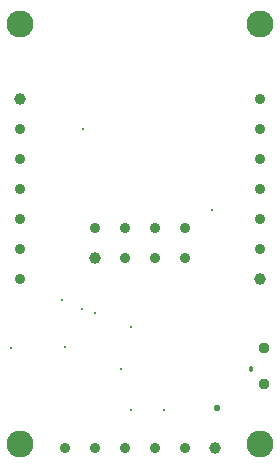
<source format=gbr>
G04 Generated by Ultiboard 13.0 *
%FSLAX25Y25*%
%MOIN*%

%ADD11C,0.01300*%
%ADD12C,0.03500*%
%ADD13C,0.03917*%
%ADD14C,0.02300*%
%ADD15C,0.09000*%
%ADD16C,0.03700*%
%ADD17C,0.01800*%


G04 ColorRGB 000000 for the following layer *
%LNDrill-Copper Top-Copper Bottom*%
%LPD*%
G54D11*
X25000Y42500D03*
X7000Y42000D03*
X47000Y49000D03*
X43500Y35000D03*
X35000Y53750D03*
X73949Y88199D03*
X30500Y55000D03*
X23938Y58000D03*
X47000Y21500D03*
X58000Y21500D03*
X31000Y115000D03*
G54D12*
X90000Y125000D03*
X90000Y95000D03*
X90000Y85000D03*
X90000Y75000D03*
X90000Y115000D03*
X90000Y105000D03*
X55000Y72250D03*
X45000Y72250D03*
X65000Y72250D03*
X65000Y82250D03*
X55000Y82250D03*
X45000Y82250D03*
X35000Y82250D03*
X10000Y65000D03*
X10000Y95000D03*
X10000Y105000D03*
X10000Y115000D03*
X10000Y75000D03*
X10000Y85000D03*
X65000Y8750D03*
X55000Y8750D03*
X35000Y8750D03*
X45000Y8750D03*
X25000Y8750D03*
G54D13*
X90000Y65000D03*
X35000Y72250D03*
X10000Y125000D03*
X75000Y8750D03*
G54D14*
X75500Y22250D03*
G54D15*
X10000Y10000D03*
X90000Y10000D03*
X90000Y150000D03*
X10000Y150000D03*
G54D16*
X91250Y30250D03*
X91250Y42250D03*
G54D17*
X87000Y35000D03*

M02*

</source>
